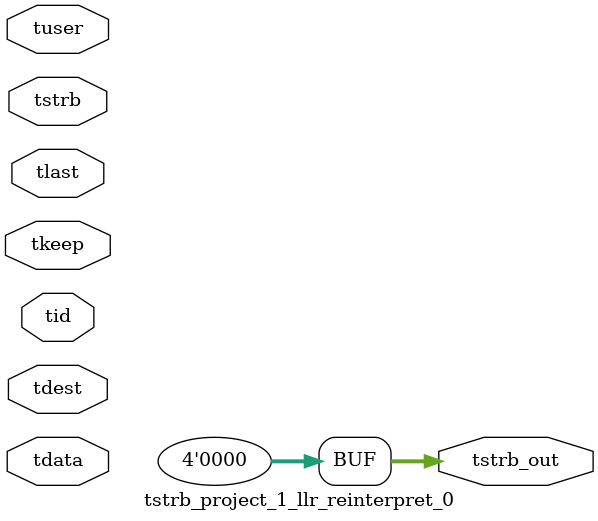
<source format=v>


`timescale 1ps/1ps

module tstrb_project_1_llr_reinterpret_0 #
(
parameter C_S_AXIS_TDATA_WIDTH = 32,
parameter C_S_AXIS_TUSER_WIDTH = 0,
parameter C_S_AXIS_TID_WIDTH   = 0,
parameter C_S_AXIS_TDEST_WIDTH = 0,
parameter C_M_AXIS_TDATA_WIDTH = 32
)
(
input  [(C_S_AXIS_TDATA_WIDTH == 0 ? 1 : C_S_AXIS_TDATA_WIDTH)-1:0     ] tdata,
input  [(C_S_AXIS_TUSER_WIDTH == 0 ? 1 : C_S_AXIS_TUSER_WIDTH)-1:0     ] tuser,
input  [(C_S_AXIS_TID_WIDTH   == 0 ? 1 : C_S_AXIS_TID_WIDTH)-1:0       ] tid,
input  [(C_S_AXIS_TDEST_WIDTH == 0 ? 1 : C_S_AXIS_TDEST_WIDTH)-1:0     ] tdest,
input  [(C_S_AXIS_TDATA_WIDTH/8)-1:0 ] tkeep,
input  [(C_S_AXIS_TDATA_WIDTH/8)-1:0 ] tstrb,
input                                                                    tlast,
output [(C_M_AXIS_TDATA_WIDTH/8)-1:0 ] tstrb_out
);

assign tstrb_out = {1'b0};

endmodule


</source>
